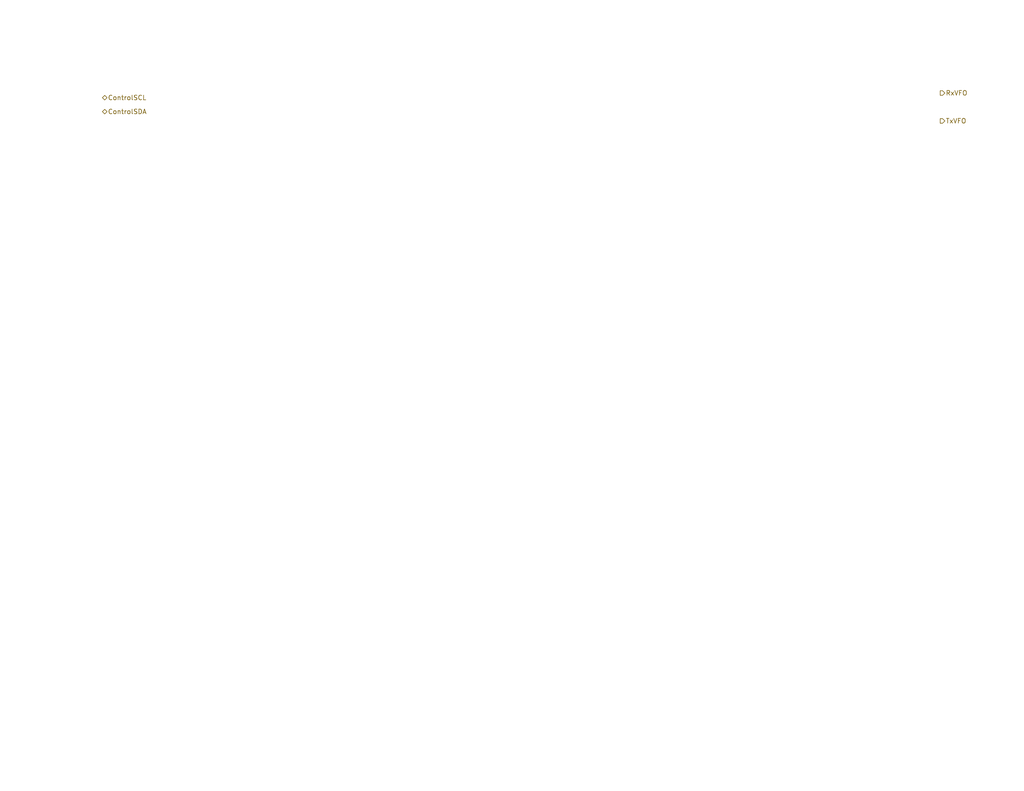
<source format=kicad_sch>
(kicad_sch
	(version 20250114)
	(generator "eeschema")
	(generator_version "9.0")
	(uuid "2331217f-70ff-4a18-aba7-7bb6a7f8b5e2")
	(paper "A")
	(title_block
		(title "USB SSB Transciever overview")
		(date "2025-03-23")
		(company "SoftShack")
		(comment 1 "Alan Mimms")
		(comment 2 "WB7NAB")
	)
	(lib_symbols)
	(hierarchical_label "RxVFO"
		(shape output)
		(at 256.54 25.4 0)
		(effects
			(font
				(size 1.27 1.27)
			)
			(justify left)
		)
		(uuid "1383a791-cedf-4743-9326-634601429b00")
	)
	(hierarchical_label "TxVFO"
		(shape output)
		(at 256.54 33.02 0)
		(effects
			(font
				(size 1.27 1.27)
			)
			(justify left)
		)
		(uuid "97ab5f57-2367-4eb7-9803-b9de4e730e45")
	)
	(hierarchical_label "ControlSCL"
		(shape bidirectional)
		(at 27.94 26.67 0)
		(effects
			(font
				(size 1.27 1.27)
			)
			(justify left)
		)
		(uuid "ac167201-1172-43d0-be1b-2a1bf290e4d5")
	)
	(hierarchical_label "ControlSDA"
		(shape bidirectional)
		(at 27.94 30.48 0)
		(effects
			(font
				(size 1.27 1.27)
			)
			(justify left)
		)
		(uuid "d238becd-bf42-4caf-af7d-13ad85fdfaed")
	)
)

</source>
